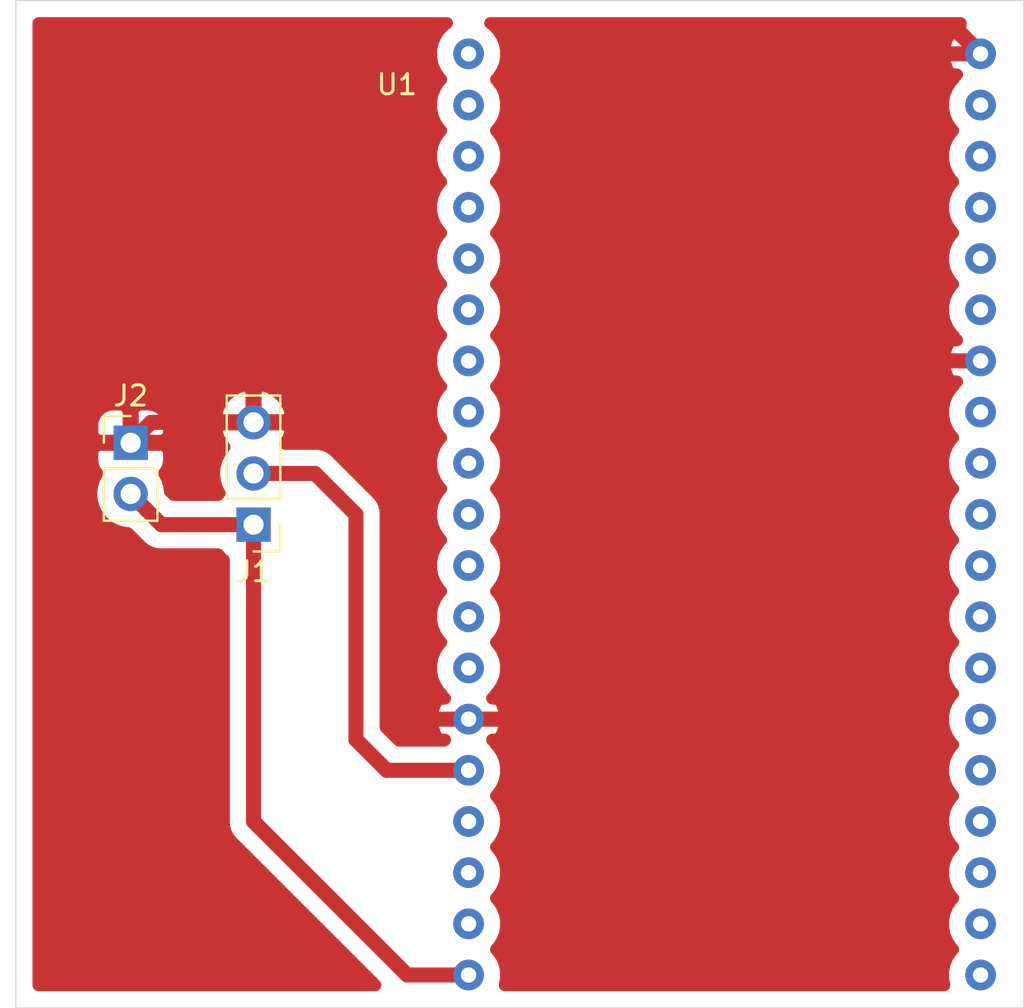
<source format=kicad_pcb>
(kicad_pcb (version 20171130) (host pcbnew "(5.1.0)-1")

  (general
    (thickness 1.6)
    (drawings 4)
    (tracks 26)
    (zones 0)
    (modules 3)
    (nets 36)
  )

  (page A4)
  (layers
    (0 F.Cu signal)
    (31 B.Cu signal)
    (32 B.Adhes user)
    (33 F.Adhes user)
    (34 B.Paste user)
    (35 F.Paste user)
    (36 B.SilkS user)
    (37 F.SilkS user)
    (38 B.Mask user)
    (39 F.Mask user)
    (40 Dwgs.User user)
    (41 Cmts.User user)
    (42 Eco1.User user)
    (43 Eco2.User user)
    (44 Edge.Cuts user)
    (45 Margin user)
    (46 B.CrtYd user)
    (47 F.CrtYd user)
    (48 B.Fab user)
    (49 F.Fab user)
  )

  (setup
    (last_trace_width 0.75)
    (user_trace_width 0.75)
    (trace_clearance 0.2)
    (zone_clearance 0.8)
    (zone_45_only no)
    (trace_min 0.2)
    (via_size 0.8)
    (via_drill 0.4)
    (via_min_size 0.4)
    (via_min_drill 0.3)
    (uvia_size 0.3)
    (uvia_drill 0.1)
    (uvias_allowed no)
    (uvia_min_size 0.2)
    (uvia_min_drill 0.1)
    (edge_width 0.05)
    (segment_width 0.2)
    (pcb_text_width 0.3)
    (pcb_text_size 1.5 1.5)
    (mod_edge_width 0.12)
    (mod_text_size 1 1)
    (mod_text_width 0.15)
    (pad_size 1.524 1.524)
    (pad_drill 0.762)
    (pad_to_mask_clearance 0.051)
    (solder_mask_min_width 0.25)
    (aux_axis_origin 0 0)
    (visible_elements 7FFFFFFF)
    (pcbplotparams
      (layerselection 0x010fc_ffffffff)
      (usegerberextensions false)
      (usegerberattributes false)
      (usegerberadvancedattributes false)
      (creategerberjobfile false)
      (excludeedgelayer true)
      (linewidth 0.100000)
      (plotframeref false)
      (viasonmask false)
      (mode 1)
      (useauxorigin false)
      (hpglpennumber 1)
      (hpglpenspeed 20)
      (hpglpendiameter 15.000000)
      (psnegative false)
      (psa4output false)
      (plotreference true)
      (plotvalue true)
      (plotinvisibletext false)
      (padsonsilk false)
      (subtractmaskfromsilk false)
      (outputformat 1)
      (mirror false)
      (drillshape 1)
      (scaleselection 1)
      (outputdirectory ""))
  )

  (net 0 "")
  (net 1 GND)
  (net 2 "Net-(J1-Pad2)")
  (net 3 +BATT)
  (net 4 "Net-(U1-Pad37)")
  (net 5 "Net-(U1-Pad36)")
  (net 6 "Net-(U1-Pad35)")
  (net 7 "Net-(U1-Pad34)")
  (net 8 "Net-(U1-Pad33)")
  (net 9 "Net-(U1-Pad31)")
  (net 10 "Net-(U1-Pad30)")
  (net 11 "Net-(U1-Pad29)")
  (net 12 "Net-(U1-Pad28)")
  (net 13 "Net-(U1-Pad27)")
  (net 14 "Net-(U1-Pad26)")
  (net 15 "Net-(U1-Pad25)")
  (net 16 "Net-(U1-Pad24)")
  (net 17 "Net-(U1-Pad23)")
  (net 18 "Net-(U1-Pad22)")
  (net 19 "Net-(U1-Pad21)")
  (net 20 "Net-(U1-Pad20)")
  (net 21 "Net-(U1-Pad18)")
  (net 22 "Net-(U1-Pad17)")
  (net 23 "Net-(U1-Pad13)")
  (net 24 "Net-(U1-Pad12)")
  (net 25 "Net-(U1-Pad11)")
  (net 26 "Net-(U1-Pad10)")
  (net 27 "Net-(U1-Pad9)")
  (net 28 "Net-(U1-Pad8)")
  (net 29 "Net-(U1-Pad7)")
  (net 30 "Net-(U1-Pad6)")
  (net 31 "Net-(U1-Pad5)")
  (net 32 "Net-(U1-Pad4)")
  (net 33 "Net-(U1-Pad3)")
  (net 34 "Net-(U1-Pad2)")
  (net 35 "Net-(U1-Pad1)")

  (net_class Default "This is the default net class."
    (clearance 0.2)
    (trace_width 0.25)
    (via_dia 0.8)
    (via_drill 0.4)
    (uvia_dia 0.3)
    (uvia_drill 0.1)
    (add_net +BATT)
    (add_net GND)
    (add_net "Net-(J1-Pad2)")
    (add_net "Net-(U1-Pad1)")
    (add_net "Net-(U1-Pad10)")
    (add_net "Net-(U1-Pad11)")
    (add_net "Net-(U1-Pad12)")
    (add_net "Net-(U1-Pad13)")
    (add_net "Net-(U1-Pad17)")
    (add_net "Net-(U1-Pad18)")
    (add_net "Net-(U1-Pad2)")
    (add_net "Net-(U1-Pad20)")
    (add_net "Net-(U1-Pad21)")
    (add_net "Net-(U1-Pad22)")
    (add_net "Net-(U1-Pad23)")
    (add_net "Net-(U1-Pad24)")
    (add_net "Net-(U1-Pad25)")
    (add_net "Net-(U1-Pad26)")
    (add_net "Net-(U1-Pad27)")
    (add_net "Net-(U1-Pad28)")
    (add_net "Net-(U1-Pad29)")
    (add_net "Net-(U1-Pad3)")
    (add_net "Net-(U1-Pad30)")
    (add_net "Net-(U1-Pad31)")
    (add_net "Net-(U1-Pad33)")
    (add_net "Net-(U1-Pad34)")
    (add_net "Net-(U1-Pad35)")
    (add_net "Net-(U1-Pad36)")
    (add_net "Net-(U1-Pad37)")
    (add_net "Net-(U1-Pad4)")
    (add_net "Net-(U1-Pad5)")
    (add_net "Net-(U1-Pad6)")
    (add_net "Net-(U1-Pad7)")
    (add_net "Net-(U1-Pad8)")
    (add_net "Net-(U1-Pad9)")
  )

  (module Librerias:NodeMCU-ESP32 (layer F.Cu) (tedit 5CC46122) (tstamp 5CC5015E)
    (at 161.036 97.536)
    (path /5CC45E29)
    (fp_text reference U1 (at -16.256 -18.796) (layer F.SilkS)
      (effects (font (size 1 1) (thickness 0.15)))
    )
    (fp_text value NodeMCU-32S (at 0 0.508) (layer F.Fab)
      (effects (font (size 1 1) (thickness 0.15)))
    )
    (pad 38 thru_hole circle (at 12.7 -20.32) (size 1.524 1.524) (drill 0.762) (layers *.Cu *.Mask)
      (net 1 GND))
    (pad 37 thru_hole circle (at 12.7 -17.78) (size 1.524 1.524) (drill 0.762) (layers *.Cu *.Mask)
      (net 4 "Net-(U1-Pad37)"))
    (pad 36 thru_hole circle (at 12.7 -15.24) (size 1.524 1.524) (drill 0.762) (layers *.Cu *.Mask)
      (net 5 "Net-(U1-Pad36)"))
    (pad 35 thru_hole circle (at 12.7 -12.7) (size 1.524 1.524) (drill 0.762) (layers *.Cu *.Mask)
      (net 6 "Net-(U1-Pad35)"))
    (pad 34 thru_hole circle (at 12.7 -10.16) (size 1.524 1.524) (drill 0.762) (layers *.Cu *.Mask)
      (net 7 "Net-(U1-Pad34)"))
    (pad 33 thru_hole circle (at 12.7 -7.62) (size 1.524 1.524) (drill 0.762) (layers *.Cu *.Mask)
      (net 8 "Net-(U1-Pad33)"))
    (pad 32 thru_hole circle (at 12.7 -5.08) (size 1.524 1.524) (drill 0.762) (layers *.Cu *.Mask)
      (net 1 GND))
    (pad 31 thru_hole circle (at 12.7 -2.54) (size 1.524 1.524) (drill 0.762) (layers *.Cu *.Mask)
      (net 9 "Net-(U1-Pad31)"))
    (pad 30 thru_hole circle (at 12.7 0) (size 1.524 1.524) (drill 0.762) (layers *.Cu *.Mask)
      (net 10 "Net-(U1-Pad30)"))
    (pad 29 thru_hole circle (at 12.7 2.54) (size 1.524 1.524) (drill 0.762) (layers *.Cu *.Mask)
      (net 11 "Net-(U1-Pad29)"))
    (pad 28 thru_hole circle (at 12.7 5.08) (size 1.524 1.524) (drill 0.762) (layers *.Cu *.Mask)
      (net 12 "Net-(U1-Pad28)"))
    (pad 27 thru_hole circle (at 12.7 7.62) (size 1.524 1.524) (drill 0.762) (layers *.Cu *.Mask)
      (net 13 "Net-(U1-Pad27)"))
    (pad 26 thru_hole circle (at 12.7 10.16) (size 1.524 1.524) (drill 0.762) (layers *.Cu *.Mask)
      (net 14 "Net-(U1-Pad26)"))
    (pad 25 thru_hole circle (at 12.7 12.7) (size 1.524 1.524) (drill 0.762) (layers *.Cu *.Mask)
      (net 15 "Net-(U1-Pad25)"))
    (pad 24 thru_hole circle (at 12.7 15.24) (size 1.524 1.524) (drill 0.762) (layers *.Cu *.Mask)
      (net 16 "Net-(U1-Pad24)"))
    (pad 23 thru_hole circle (at 12.7 17.78) (size 1.524 1.524) (drill 0.762) (layers *.Cu *.Mask)
      (net 17 "Net-(U1-Pad23)"))
    (pad 22 thru_hole circle (at 12.7 20.32) (size 1.524 1.524) (drill 0.762) (layers *.Cu *.Mask)
      (net 18 "Net-(U1-Pad22)"))
    (pad 21 thru_hole circle (at 12.7 22.86) (size 1.524 1.524) (drill 0.762) (layers *.Cu *.Mask)
      (net 19 "Net-(U1-Pad21)"))
    (pad 20 thru_hole circle (at 12.7 25.4) (size 1.524 1.524) (drill 0.762) (layers *.Cu *.Mask)
      (net 20 "Net-(U1-Pad20)"))
    (pad 19 thru_hole circle (at -12.7 25.4) (size 1.524 1.524) (drill 0.762) (layers *.Cu *.Mask)
      (net 3 +BATT))
    (pad 18 thru_hole circle (at -12.7 22.86) (size 1.524 1.524) (drill 0.762) (layers *.Cu *.Mask)
      (net 21 "Net-(U1-Pad18)"))
    (pad 17 thru_hole circle (at -12.7 20.32) (size 1.524 1.524) (drill 0.762) (layers *.Cu *.Mask)
      (net 22 "Net-(U1-Pad17)"))
    (pad 16 thru_hole circle (at -12.7 17.78) (size 1.524 1.524) (drill 0.762) (layers *.Cu *.Mask))
    (pad 15 thru_hole circle (at -12.7 15.24) (size 1.524 1.524) (drill 0.762) (layers *.Cu *.Mask)
      (net 2 "Net-(J1-Pad2)"))
    (pad 14 thru_hole circle (at -12.7 12.7) (size 1.524 1.524) (drill 0.762) (layers *.Cu *.Mask)
      (net 1 GND))
    (pad 13 thru_hole circle (at -12.7 10.16) (size 1.524 1.524) (drill 0.762) (layers *.Cu *.Mask)
      (net 23 "Net-(U1-Pad13)"))
    (pad 12 thru_hole circle (at -12.7 7.62) (size 1.524 1.524) (drill 0.762) (layers *.Cu *.Mask)
      (net 24 "Net-(U1-Pad12)"))
    (pad 11 thru_hole circle (at -12.7 5.08) (size 1.524 1.524) (drill 0.762) (layers *.Cu *.Mask)
      (net 25 "Net-(U1-Pad11)"))
    (pad 10 thru_hole circle (at -12.7 2.54) (size 1.524 1.524) (drill 0.762) (layers *.Cu *.Mask)
      (net 26 "Net-(U1-Pad10)"))
    (pad 9 thru_hole circle (at -12.7 0) (size 1.524 1.524) (drill 0.762) (layers *.Cu *.Mask)
      (net 27 "Net-(U1-Pad9)"))
    (pad 8 thru_hole circle (at -12.7 -2.54) (size 1.524 1.524) (drill 0.762) (layers *.Cu *.Mask)
      (net 28 "Net-(U1-Pad8)"))
    (pad 7 thru_hole circle (at -12.7 -5.08) (size 1.524 1.524) (drill 0.762) (layers *.Cu *.Mask)
      (net 29 "Net-(U1-Pad7)"))
    (pad 6 thru_hole circle (at -12.7 -7.62) (size 1.524 1.524) (drill 0.762) (layers *.Cu *.Mask)
      (net 30 "Net-(U1-Pad6)"))
    (pad 5 thru_hole circle (at -12.7 -10.16) (size 1.524 1.524) (drill 0.762) (layers *.Cu *.Mask)
      (net 31 "Net-(U1-Pad5)"))
    (pad 4 thru_hole circle (at -12.7 -12.7) (size 1.524 1.524) (drill 0.762) (layers *.Cu *.Mask)
      (net 32 "Net-(U1-Pad4)"))
    (pad 3 thru_hole circle (at -12.7 -15.24) (size 1.524 1.524) (drill 0.762) (layers *.Cu *.Mask)
      (net 33 "Net-(U1-Pad3)"))
    (pad 2 thru_hole circle (at -12.7 -17.78) (size 1.524 1.524) (drill 0.762) (layers *.Cu *.Mask)
      (net 34 "Net-(U1-Pad2)"))
    (pad 1 thru_hole circle (at -12.7 -20.32) (size 1.524 1.524) (drill 0.762) (layers *.Cu *.Mask)
      (net 35 "Net-(U1-Pad1)"))
    (model ${KISYS3DMOD}/Connector_PinSocket_2.54mm.3dshapes/PinSocket_1x19_P2.54mm_Vertical.wrl
      (offset (xyz 12.6 20.4 0))
      (scale (xyz 1 1 1))
      (rotate (xyz 0 0 0))
    )
    (model ${KISYS3DMOD}/Connector_PinSocket_2.54mm.3dshapes/PinSocket_1x19_P2.54mm_Vertical.wrl
      (offset (xyz -12.6 20.4 0))
      (scale (xyz 1 1 1))
      (rotate (xyz 0 0 0))
    )
  )

  (module Connector_PinHeader_2.54mm:PinHeader_1x02_P2.54mm_Vertical (layer F.Cu) (tedit 59FED5CC) (tstamp 5CC50134)
    (at 131.572 96.52)
    (descr "Through hole straight pin header, 1x02, 2.54mm pitch, single row")
    (tags "Through hole pin header THT 1x02 2.54mm single row")
    (path /5CC47475)
    (fp_text reference J2 (at 0 -2.33) (layer F.SilkS)
      (effects (font (size 1 1) (thickness 0.15)))
    )
    (fp_text value "Conector Bateria" (at 0 4.87) (layer F.Fab)
      (effects (font (size 1 1) (thickness 0.15)))
    )
    (fp_text user %R (at 0 1.27 90) (layer F.Fab)
      (effects (font (size 1 1) (thickness 0.15)))
    )
    (fp_line (start 1.8 -1.8) (end -1.8 -1.8) (layer F.CrtYd) (width 0.05))
    (fp_line (start 1.8 4.35) (end 1.8 -1.8) (layer F.CrtYd) (width 0.05))
    (fp_line (start -1.8 4.35) (end 1.8 4.35) (layer F.CrtYd) (width 0.05))
    (fp_line (start -1.8 -1.8) (end -1.8 4.35) (layer F.CrtYd) (width 0.05))
    (fp_line (start -1.33 -1.33) (end 0 -1.33) (layer F.SilkS) (width 0.12))
    (fp_line (start -1.33 0) (end -1.33 -1.33) (layer F.SilkS) (width 0.12))
    (fp_line (start -1.33 1.27) (end 1.33 1.27) (layer F.SilkS) (width 0.12))
    (fp_line (start 1.33 1.27) (end 1.33 3.87) (layer F.SilkS) (width 0.12))
    (fp_line (start -1.33 1.27) (end -1.33 3.87) (layer F.SilkS) (width 0.12))
    (fp_line (start -1.33 3.87) (end 1.33 3.87) (layer F.SilkS) (width 0.12))
    (fp_line (start -1.27 -0.635) (end -0.635 -1.27) (layer F.Fab) (width 0.1))
    (fp_line (start -1.27 3.81) (end -1.27 -0.635) (layer F.Fab) (width 0.1))
    (fp_line (start 1.27 3.81) (end -1.27 3.81) (layer F.Fab) (width 0.1))
    (fp_line (start 1.27 -1.27) (end 1.27 3.81) (layer F.Fab) (width 0.1))
    (fp_line (start -0.635 -1.27) (end 1.27 -1.27) (layer F.Fab) (width 0.1))
    (pad 2 thru_hole oval (at 0 2.54) (size 1.7 1.7) (drill 1) (layers *.Cu *.Mask)
      (net 3 +BATT))
    (pad 1 thru_hole rect (at 0 0) (size 1.7 1.7) (drill 1) (layers *.Cu *.Mask)
      (net 1 GND))
    (model ${KISYS3DMOD}/Connector_PinHeader_2.54mm.3dshapes/PinHeader_1x02_P2.54mm_Vertical.wrl
      (at (xyz 0 0 0))
      (scale (xyz 1 1 1))
      (rotate (xyz 0 0 0))
    )
  )

  (module Connector_PinHeader_2.54mm:PinHeader_1x03_P2.54mm_Vertical (layer F.Cu) (tedit 59FED5CC) (tstamp 5CC50276)
    (at 137.668 100.584 180)
    (descr "Through hole straight pin header, 1x03, 2.54mm pitch, single row")
    (tags "Through hole pin header THT 1x03 2.54mm single row")
    (path /5CC49630)
    (fp_text reference J1 (at 0 -2.33 180) (layer F.SilkS)
      (effects (font (size 1 1) (thickness 0.15)))
    )
    (fp_text value "Conector PIR" (at 0 7.41 180) (layer F.Fab)
      (effects (font (size 1 1) (thickness 0.15)))
    )
    (fp_text user %R (at 0 2.54 270) (layer F.Fab)
      (effects (font (size 1 1) (thickness 0.15)))
    )
    (fp_line (start 1.8 -1.8) (end -1.8 -1.8) (layer F.CrtYd) (width 0.05))
    (fp_line (start 1.8 6.85) (end 1.8 -1.8) (layer F.CrtYd) (width 0.05))
    (fp_line (start -1.8 6.85) (end 1.8 6.85) (layer F.CrtYd) (width 0.05))
    (fp_line (start -1.8 -1.8) (end -1.8 6.85) (layer F.CrtYd) (width 0.05))
    (fp_line (start -1.33 -1.33) (end 0 -1.33) (layer F.SilkS) (width 0.12))
    (fp_line (start -1.33 0) (end -1.33 -1.33) (layer F.SilkS) (width 0.12))
    (fp_line (start -1.33 1.27) (end 1.33 1.27) (layer F.SilkS) (width 0.12))
    (fp_line (start 1.33 1.27) (end 1.33 6.41) (layer F.SilkS) (width 0.12))
    (fp_line (start -1.33 1.27) (end -1.33 6.41) (layer F.SilkS) (width 0.12))
    (fp_line (start -1.33 6.41) (end 1.33 6.41) (layer F.SilkS) (width 0.12))
    (fp_line (start -1.27 -0.635) (end -0.635 -1.27) (layer F.Fab) (width 0.1))
    (fp_line (start -1.27 6.35) (end -1.27 -0.635) (layer F.Fab) (width 0.1))
    (fp_line (start 1.27 6.35) (end -1.27 6.35) (layer F.Fab) (width 0.1))
    (fp_line (start 1.27 -1.27) (end 1.27 6.35) (layer F.Fab) (width 0.1))
    (fp_line (start -0.635 -1.27) (end 1.27 -1.27) (layer F.Fab) (width 0.1))
    (pad 3 thru_hole oval (at 0 5.08 180) (size 1.7 1.7) (drill 1) (layers *.Cu *.Mask)
      (net 1 GND))
    (pad 2 thru_hole oval (at 0 2.54 180) (size 1.7 1.7) (drill 1) (layers *.Cu *.Mask)
      (net 2 "Net-(J1-Pad2)"))
    (pad 1 thru_hole rect (at 0 0 180) (size 1.7 1.7) (drill 1) (layers *.Cu *.Mask)
      (net 3 +BATT))
    (model ${KISYS3DMOD}/Connector_PinHeader_2.54mm.3dshapes/PinHeader_1x03_P2.54mm_Vertical.wrl
      (at (xyz 0 0 0))
      (scale (xyz 1 1 1))
      (rotate (xyz 0 0 0))
    )
  )

  (gr_line (start 175.876 124.568) (end 175.876 74.568) (layer Edge.Cuts) (width 0.05) (tstamp 5CC500AD))
  (gr_line (start 125.876 74.568) (end 125.876 124.568) (layer Edge.Cuts) (width 0.05) (tstamp 5CC500AC))
  (gr_line (start 125.876 74.568) (end 175.876 74.568) (layer Edge.Cuts) (width 0.05) (tstamp 5CC50096))
  (gr_line (start 125.876 124.568) (end 175.876 124.568) (layer Edge.Cuts) (width 0.05))

  (segment (start 132.588 95.504) (end 131.572 96.52) (width 0.75) (layer F.Cu) (net 1))
  (segment (start 137.668 95.504) (end 132.588 95.504) (width 0.75) (layer F.Cu) (net 1))
  (segment (start 145.796 110.236) (end 145.288 109.728) (width 0.75) (layer F.Cu) (net 1))
  (segment (start 145.288 109.728) (end 145.288 98.552) (width 0.75) (layer F.Cu) (net 1))
  (segment (start 142.24 95.504) (end 137.668 95.504) (width 0.75) (layer F.Cu) (net 1))
  (segment (start 145.288 98.552) (end 142.24 95.504) (width 0.75) (layer F.Cu) (net 1))
  (segment (start 171.196 77.216) (end 173.736 77.216) (width 0.75) (layer F.Cu) (net 1))
  (segment (start 169.164 79.248) (end 171.196 77.216) (width 0.75) (layer F.Cu) (net 1))
  (segment (start 172.65837 92.456) (end 169.164 92.456) (width 0.75) (layer F.Cu) (net 1))
  (segment (start 173.736 92.456) (end 172.65837 92.456) (width 0.75) (layer F.Cu) (net 1))
  (segment (start 169.164 92.456) (end 169.164 79.248) (width 0.75) (layer F.Cu) (net 1))
  (segment (start 169.164 92.964) (end 169.164 92.456) (width 0.75) (layer F.Cu) (net 1))
  (segment (start 169.164 104.648) (end 169.164 92.964) (width 0.75) (layer F.Cu) (net 1))
  (segment (start 163.576 110.236) (end 169.164 104.648) (width 0.75) (layer F.Cu) (net 1))
  (segment (start 148.336 110.236) (end 145.796 110.236) (width 0.75) (layer F.Cu) (net 1))
  (segment (start 148.336 110.236) (end 163.576 110.236) (width 0.75) (layer F.Cu) (net 1))
  (segment (start 144.272 112.776) (end 148.336 112.776) (width 0.75) (layer F.Cu) (net 2))
  (segment (start 142.748 111.252) (end 144.272 112.776) (width 0.75) (layer F.Cu) (net 2))
  (segment (start 142.748 100.076) (end 142.748 111.252) (width 0.75) (layer F.Cu) (net 2))
  (segment (start 137.668 98.044) (end 140.716 98.044) (width 0.75) (layer F.Cu) (net 2))
  (segment (start 140.716 98.044) (end 142.748 100.076) (width 0.75) (layer F.Cu) (net 2))
  (segment (start 133.096 100.584) (end 131.572 99.06) (width 0.75) (layer F.Cu) (net 3))
  (segment (start 137.668 100.584) (end 133.096 100.584) (width 0.75) (layer F.Cu) (net 3))
  (segment (start 137.668 115.316) (end 137.668 100.584) (width 0.75) (layer F.Cu) (net 3))
  (segment (start 148.336 122.936) (end 145.288 122.936) (width 0.75) (layer F.Cu) (net 3))
  (segment (start 145.288 122.936) (end 137.668 115.316) (width 0.75) (layer F.Cu) (net 3))

  (zone (net 1) (net_name GND) (layer F.Cu) (tstamp 0) (hatch edge 0.508)
    (connect_pads (clearance 0.8))
    (min_thickness 0.6)
    (fill yes (arc_segments 32) (thermal_gap 0.75) (thermal_bridge_width 0.8))
    (polygon
      (pts
        (xy 125.984 74.676) (xy 175.768 74.676) (xy 175.768 124.46) (xy 125.984 124.46)
      )
    )
    (filled_polygon
      (pts
        (xy 172.707121 76.045699) (xy 173.736 77.074579) (xy 173.750142 77.060436) (xy 173.891564 77.201858) (xy 173.877421 77.216)
        (xy 173.891564 77.230142) (xy 173.750143 77.371564) (xy 173.736 77.357421) (xy 173.721858 77.371564) (xy 173.580436 77.230142)
        (xy 173.594579 77.216) (xy 172.565699 76.187121) (xy 172.206413 76.228297) (xy 172.043112 76.545683) (xy 171.944868 76.888829)
        (xy 171.915456 77.244549) (xy 171.956006 77.599171) (xy 172.064961 77.939068) (xy 172.206413 78.203703) (xy 172.565697 78.244879)
        (xy 172.378837 78.431739) (xy 172.402916 78.455818) (xy 172.28969 78.569044) (xy 172.085917 78.874012) (xy 171.945556 79.212875)
        (xy 171.874 79.572609) (xy 171.874 79.939391) (xy 171.945556 80.299125) (xy 172.085917 80.637988) (xy 172.28969 80.942956)
        (xy 172.372734 81.026) (xy 172.28969 81.109044) (xy 172.085917 81.414012) (xy 171.945556 81.752875) (xy 171.874 82.112609)
        (xy 171.874 82.479391) (xy 171.945556 82.839125) (xy 172.085917 83.177988) (xy 172.28969 83.482956) (xy 172.372734 83.566)
        (xy 172.28969 83.649044) (xy 172.085917 83.954012) (xy 171.945556 84.292875) (xy 171.874 84.652609) (xy 171.874 85.019391)
        (xy 171.945556 85.379125) (xy 172.085917 85.717988) (xy 172.28969 86.022956) (xy 172.372734 86.106) (xy 172.28969 86.189044)
        (xy 172.085917 86.494012) (xy 171.945556 86.832875) (xy 171.874 87.192609) (xy 171.874 87.559391) (xy 171.945556 87.919125)
        (xy 172.085917 88.257988) (xy 172.28969 88.562956) (xy 172.372734 88.646) (xy 172.28969 88.729044) (xy 172.085917 89.034012)
        (xy 171.945556 89.372875) (xy 171.874 89.732609) (xy 171.874 90.099391) (xy 171.945556 90.459125) (xy 172.085917 90.797988)
        (xy 172.28969 91.102956) (xy 172.402916 91.216182) (xy 172.378837 91.240261) (xy 172.565697 91.427121) (xy 172.206413 91.468297)
        (xy 172.043112 91.785683) (xy 171.944868 92.128829) (xy 171.915456 92.484549) (xy 171.956006 92.839171) (xy 172.064961 93.179068)
        (xy 172.206413 93.443703) (xy 172.565697 93.484879) (xy 172.378837 93.671739) (xy 172.402916 93.695818) (xy 172.28969 93.809044)
        (xy 172.085917 94.114012) (xy 171.945556 94.452875) (xy 171.874 94.812609) (xy 171.874 95.179391) (xy 171.945556 95.539125)
        (xy 172.085917 95.877988) (xy 172.28969 96.182956) (xy 172.372734 96.266) (xy 172.28969 96.349044) (xy 172.085917 96.654012)
        (xy 171.945556 96.992875) (xy 171.874 97.352609) (xy 171.874 97.719391) (xy 171.945556 98.079125) (xy 172.085917 98.417988)
        (xy 172.28969 98.722956) (xy 172.372734 98.806) (xy 172.28969 98.889044) (xy 172.085917 99.194012) (xy 171.945556 99.532875)
        (xy 171.874 99.892609) (xy 171.874 100.259391) (xy 171.945556 100.619125) (xy 172.085917 100.957988) (xy 172.28969 101.262956)
        (xy 172.372734 101.346) (xy 172.28969 101.429044) (xy 172.085917 101.734012) (xy 171.945556 102.072875) (xy 171.874 102.432609)
        (xy 171.874 102.799391) (xy 171.945556 103.159125) (xy 172.085917 103.497988) (xy 172.28969 103.802956) (xy 172.372734 103.886)
        (xy 172.28969 103.969044) (xy 172.085917 104.274012) (xy 171.945556 104.612875) (xy 171.874 104.972609) (xy 171.874 105.339391)
        (xy 171.945556 105.699125) (xy 172.085917 106.037988) (xy 172.28969 106.342956) (xy 172.372734 106.426) (xy 172.28969 106.509044)
        (xy 172.085917 106.814012) (xy 171.945556 107.152875) (xy 171.874 107.512609) (xy 171.874 107.879391) (xy 171.945556 108.239125)
        (xy 172.085917 108.577988) (xy 172.28969 108.882956) (xy 172.372734 108.966) (xy 172.28969 109.049044) (xy 172.085917 109.354012)
        (xy 171.945556 109.692875) (xy 171.874 110.052609) (xy 171.874 110.419391) (xy 171.945556 110.779125) (xy 172.085917 111.117988)
        (xy 172.28969 111.422956) (xy 172.372734 111.506) (xy 172.28969 111.589044) (xy 172.085917 111.894012) (xy 171.945556 112.232875)
        (xy 171.874 112.592609) (xy 171.874 112.959391) (xy 171.945556 113.319125) (xy 172.085917 113.657988) (xy 172.28969 113.962956)
        (xy 172.372734 114.046) (xy 172.28969 114.129044) (xy 172.085917 114.434012) (xy 171.945556 114.772875) (xy 171.874 115.132609)
        (xy 171.874 115.499391) (xy 171.945556 115.859125) (xy 172.085917 116.197988) (xy 172.28969 116.502956) (xy 172.372734 116.586)
        (xy 172.28969 116.669044) (xy 172.085917 116.974012) (xy 171.945556 117.312875) (xy 171.874 117.672609) (xy 171.874 118.039391)
        (xy 171.945556 118.399125) (xy 172.085917 118.737988) (xy 172.28969 119.042956) (xy 172.372734 119.126) (xy 172.28969 119.209044)
        (xy 172.085917 119.514012) (xy 171.945556 119.852875) (xy 171.874 120.212609) (xy 171.874 120.579391) (xy 171.945556 120.939125)
        (xy 172.085917 121.277988) (xy 172.28969 121.582956) (xy 172.372734 121.666) (xy 172.28969 121.749044) (xy 172.085917 122.054012)
        (xy 171.945556 122.392875) (xy 171.874 122.752609) (xy 171.874 123.119391) (xy 171.93837 123.443) (xy 150.13363 123.443)
        (xy 150.198 123.119391) (xy 150.198 122.752609) (xy 150.126444 122.392875) (xy 149.986083 122.054012) (xy 149.78231 121.749044)
        (xy 149.699266 121.666) (xy 149.78231 121.582956) (xy 149.986083 121.277988) (xy 150.126444 120.939125) (xy 150.198 120.579391)
        (xy 150.198 120.212609) (xy 150.126444 119.852875) (xy 149.986083 119.514012) (xy 149.78231 119.209044) (xy 149.699266 119.126)
        (xy 149.78231 119.042956) (xy 149.986083 118.737988) (xy 150.126444 118.399125) (xy 150.198 118.039391) (xy 150.198 117.672609)
        (xy 150.126444 117.312875) (xy 149.986083 116.974012) (xy 149.78231 116.669044) (xy 149.699266 116.586) (xy 149.78231 116.502956)
        (xy 149.986083 116.197988) (xy 150.126444 115.859125) (xy 150.198 115.499391) (xy 150.198 115.132609) (xy 150.126444 114.772875)
        (xy 149.986083 114.434012) (xy 149.78231 114.129044) (xy 149.699266 114.046) (xy 149.78231 113.962956) (xy 149.986083 113.657988)
        (xy 150.126444 113.319125) (xy 150.198 112.959391) (xy 150.198 112.592609) (xy 150.126444 112.232875) (xy 149.986083 111.894012)
        (xy 149.78231 111.589044) (xy 149.669084 111.475818) (xy 149.693163 111.451739) (xy 149.506303 111.264879) (xy 149.865587 111.223703)
        (xy 150.028888 110.906317) (xy 150.127132 110.563171) (xy 150.156544 110.207451) (xy 150.115994 109.852829) (xy 150.007039 109.512932)
        (xy 149.865587 109.248297) (xy 149.506303 109.207121) (xy 149.693163 109.020261) (xy 149.669084 108.996182) (xy 149.78231 108.882956)
        (xy 149.986083 108.577988) (xy 150.126444 108.239125) (xy 150.198 107.879391) (xy 150.198 107.512609) (xy 150.126444 107.152875)
        (xy 149.986083 106.814012) (xy 149.78231 106.509044) (xy 149.699266 106.426) (xy 149.78231 106.342956) (xy 149.986083 106.037988)
        (xy 150.126444 105.699125) (xy 150.198 105.339391) (xy 150.198 104.972609) (xy 150.126444 104.612875) (xy 149.986083 104.274012)
        (xy 149.78231 103.969044) (xy 149.699266 103.886) (xy 149.78231 103.802956) (xy 149.986083 103.497988) (xy 150.126444 103.159125)
        (xy 150.198 102.799391) (xy 150.198 102.432609) (xy 150.126444 102.072875) (xy 149.986083 101.734012) (xy 149.78231 101.429044)
        (xy 149.699266 101.346) (xy 149.78231 101.262956) (xy 149.986083 100.957988) (xy 150.126444 100.619125) (xy 150.198 100.259391)
        (xy 150.198 99.892609) (xy 150.126444 99.532875) (xy 149.986083 99.194012) (xy 149.78231 98.889044) (xy 149.699266 98.806)
        (xy 149.78231 98.722956) (xy 149.986083 98.417988) (xy 150.126444 98.079125) (xy 150.198 97.719391) (xy 150.198 97.352609)
        (xy 150.126444 96.992875) (xy 149.986083 96.654012) (xy 149.78231 96.349044) (xy 149.699266 96.266) (xy 149.78231 96.182956)
        (xy 149.986083 95.877988) (xy 150.126444 95.539125) (xy 150.198 95.179391) (xy 150.198 94.812609) (xy 150.126444 94.452875)
        (xy 149.986083 94.114012) (xy 149.78231 93.809044) (xy 149.699266 93.726) (xy 149.78231 93.642956) (xy 149.986083 93.337988)
        (xy 150.126444 92.999125) (xy 150.198 92.639391) (xy 150.198 92.272609) (xy 150.126444 91.912875) (xy 149.986083 91.574012)
        (xy 149.78231 91.269044) (xy 149.699266 91.186) (xy 149.78231 91.102956) (xy 149.986083 90.797988) (xy 150.126444 90.459125)
        (xy 150.198 90.099391) (xy 150.198 89.732609) (xy 150.126444 89.372875) (xy 149.986083 89.034012) (xy 149.78231 88.729044)
        (xy 149.699266 88.646) (xy 149.78231 88.562956) (xy 149.986083 88.257988) (xy 150.126444 87.919125) (xy 150.198 87.559391)
        (xy 150.198 87.192609) (xy 150.126444 86.832875) (xy 149.986083 86.494012) (xy 149.78231 86.189044) (xy 149.699266 86.106)
        (xy 149.78231 86.022956) (xy 149.986083 85.717988) (xy 150.126444 85.379125) (xy 150.198 85.019391) (xy 150.198 84.652609)
        (xy 150.126444 84.292875) (xy 149.986083 83.954012) (xy 149.78231 83.649044) (xy 149.699266 83.566) (xy 149.78231 83.482956)
        (xy 149.986083 83.177988) (xy 150.126444 82.839125) (xy 150.198 82.479391) (xy 150.198 82.112609) (xy 150.126444 81.752875)
        (xy 149.986083 81.414012) (xy 149.78231 81.109044) (xy 149.699266 81.026) (xy 149.78231 80.942956) (xy 149.986083 80.637988)
        (xy 150.126444 80.299125) (xy 150.198 79.939391) (xy 150.198 79.572609) (xy 150.126444 79.212875) (xy 149.986083 78.874012)
        (xy 149.78231 78.569044) (xy 149.699266 78.486) (xy 149.78231 78.402956) (xy 149.986083 78.097988) (xy 150.126444 77.759125)
        (xy 150.198 77.399391) (xy 150.198 77.032609) (xy 150.126444 76.672875) (xy 149.986083 76.334012) (xy 149.78231 76.029044)
        (xy 149.522956 75.76969) (xy 149.408181 75.693) (xy 172.747542 75.693)
      )
    )
    (filled_polygon
      (pts
        (xy 147.149044 75.76969) (xy 146.88969 76.029044) (xy 146.685917 76.334012) (xy 146.545556 76.672875) (xy 146.474 77.032609)
        (xy 146.474 77.399391) (xy 146.545556 77.759125) (xy 146.685917 78.097988) (xy 146.88969 78.402956) (xy 146.972734 78.486)
        (xy 146.88969 78.569044) (xy 146.685917 78.874012) (xy 146.545556 79.212875) (xy 146.474 79.572609) (xy 146.474 79.939391)
        (xy 146.545556 80.299125) (xy 146.685917 80.637988) (xy 146.88969 80.942956) (xy 146.972734 81.026) (xy 146.88969 81.109044)
        (xy 146.685917 81.414012) (xy 146.545556 81.752875) (xy 146.474 82.112609) (xy 146.474 82.479391) (xy 146.545556 82.839125)
        (xy 146.685917 83.177988) (xy 146.88969 83.482956) (xy 146.972734 83.566) (xy 146.88969 83.649044) (xy 146.685917 83.954012)
        (xy 146.545556 84.292875) (xy 146.474 84.652609) (xy 146.474 85.019391) (xy 146.545556 85.379125) (xy 146.685917 85.717988)
        (xy 146.88969 86.022956) (xy 146.972734 86.106) (xy 146.88969 86.189044) (xy 146.685917 86.494012) (xy 146.545556 86.832875)
        (xy 146.474 87.192609) (xy 146.474 87.559391) (xy 146.545556 87.919125) (xy 146.685917 88.257988) (xy 146.88969 88.562956)
        (xy 146.972734 88.646) (xy 146.88969 88.729044) (xy 146.685917 89.034012) (xy 146.545556 89.372875) (xy 146.474 89.732609)
        (xy 146.474 90.099391) (xy 146.545556 90.459125) (xy 146.685917 90.797988) (xy 146.88969 91.102956) (xy 146.972734 91.186)
        (xy 146.88969 91.269044) (xy 146.685917 91.574012) (xy 146.545556 91.912875) (xy 146.474 92.272609) (xy 146.474 92.639391)
        (xy 146.545556 92.999125) (xy 146.685917 93.337988) (xy 146.88969 93.642956) (xy 146.972734 93.726) (xy 146.88969 93.809044)
        (xy 146.685917 94.114012) (xy 146.545556 94.452875) (xy 146.474 94.812609) (xy 146.474 95.179391) (xy 146.545556 95.539125)
        (xy 146.685917 95.877988) (xy 146.88969 96.182956) (xy 146.972734 96.266) (xy 146.88969 96.349044) (xy 146.685917 96.654012)
        (xy 146.545556 96.992875) (xy 146.474 97.352609) (xy 146.474 97.719391) (xy 146.545556 98.079125) (xy 146.685917 98.417988)
        (xy 146.88969 98.722956) (xy 146.972734 98.806) (xy 146.88969 98.889044) (xy 146.685917 99.194012) (xy 146.545556 99.532875)
        (xy 146.474 99.892609) (xy 146.474 100.259391) (xy 146.545556 100.619125) (xy 146.685917 100.957988) (xy 146.88969 101.262956)
        (xy 146.972734 101.346) (xy 146.88969 101.429044) (xy 146.685917 101.734012) (xy 146.545556 102.072875) (xy 146.474 102.432609)
        (xy 146.474 102.799391) (xy 146.545556 103.159125) (xy 146.685917 103.497988) (xy 146.88969 103.802956) (xy 146.972734 103.886)
        (xy 146.88969 103.969044) (xy 146.685917 104.274012) (xy 146.545556 104.612875) (xy 146.474 104.972609) (xy 146.474 105.339391)
        (xy 146.545556 105.699125) (xy 146.685917 106.037988) (xy 146.88969 106.342956) (xy 146.972734 106.426) (xy 146.88969 106.509044)
        (xy 146.685917 106.814012) (xy 146.545556 107.152875) (xy 146.474 107.512609) (xy 146.474 107.879391) (xy 146.545556 108.239125)
        (xy 146.685917 108.577988) (xy 146.88969 108.882956) (xy 147.002916 108.996182) (xy 146.978837 109.020261) (xy 147.165697 109.207121)
        (xy 146.806413 109.248297) (xy 146.643112 109.565683) (xy 146.544868 109.908829) (xy 146.515456 110.264549) (xy 146.556006 110.619171)
        (xy 146.664961 110.959068) (xy 146.806413 111.223703) (xy 147.165697 111.264879) (xy 147.129576 111.301) (xy 144.882965 111.301)
        (xy 144.223 110.641036) (xy 144.223 100.148445) (xy 144.230135 100.076) (xy 144.223 100.003555) (xy 144.223 100.003548)
        (xy 144.201657 99.78685) (xy 144.193685 99.760568) (xy 144.117315 99.508811) (xy 144.111353 99.497657) (xy 143.980351 99.252569)
        (xy 143.910507 99.167465) (xy 143.842213 99.084248) (xy 143.842208 99.084243) (xy 143.796027 99.027972) (xy 143.739758 98.981793)
        (xy 141.810216 97.052252) (xy 141.764028 96.995972) (xy 141.539431 96.811649) (xy 141.283189 96.674685) (xy 141.00515 96.590343)
        (xy 140.788452 96.569) (xy 140.788445 96.569) (xy 140.716 96.561865) (xy 140.643555 96.569) (xy 139.237304 96.569)
        (xy 139.261783 96.538345) (xy 139.43295 96.207539) (xy 139.526364 95.899582) (xy 139.302444 95.604) (xy 137.768 95.604)
        (xy 137.768 95.624) (xy 137.568 95.624) (xy 137.568 95.604) (xy 136.033556 95.604) (xy 135.809636 95.899582)
        (xy 135.90305 96.207539) (xy 136.074217 96.538345) (xy 136.225536 96.727844) (xy 136.038789 96.955396) (xy 135.857718 97.294157)
        (xy 135.746215 97.661733) (xy 135.708565 98.044) (xy 135.746215 98.426267) (xy 135.857718 98.793843) (xy 135.97953 99.021738)
        (xy 135.907917 99.109) (xy 133.706965 99.109) (xy 133.517611 98.919647) (xy 133.493785 98.677733) (xy 133.382282 98.310157)
        (xy 133.234958 98.034533) (xy 133.299268 97.956172) (xy 133.396768 97.773762) (xy 133.456808 97.575836) (xy 133.477081 97.37)
        (xy 133.472 96.8825) (xy 133.2095 96.62) (xy 131.672 96.62) (xy 131.672 96.64) (xy 131.472 96.64)
        (xy 131.472 96.62) (xy 129.9345 96.62) (xy 129.672 96.8825) (xy 129.666919 97.37) (xy 129.687192 97.575836)
        (xy 129.747232 97.773762) (xy 129.844732 97.956172) (xy 129.909042 98.034533) (xy 129.761718 98.310157) (xy 129.650215 98.677733)
        (xy 129.612565 99.06) (xy 129.650215 99.442267) (xy 129.761718 99.809843) (xy 129.942789 100.148604) (xy 130.18647 100.44553)
        (xy 130.483396 100.689211) (xy 130.822157 100.870282) (xy 131.189733 100.981785) (xy 131.431647 101.005611) (xy 132.001788 101.575753)
        (xy 132.047972 101.632028) (xy 132.272569 101.816351) (xy 132.528811 101.953315) (xy 132.722507 102.012072) (xy 132.806849 102.037657)
        (xy 132.837279 102.040654) (xy 133.023548 102.059) (xy 133.023554 102.059) (xy 133.095999 102.066135) (xy 133.168444 102.059)
        (xy 135.907917 102.059) (xy 136.036419 102.215581) (xy 136.193001 102.344084) (xy 136.193 115.243555) (xy 136.185865 115.316)
        (xy 136.193 115.388445) (xy 136.193 115.388451) (xy 136.214343 115.605149) (xy 136.298685 115.883188) (xy 136.435649 116.13943)
        (xy 136.619972 116.364027) (xy 136.676248 116.410212) (xy 143.709035 123.443) (xy 127.001 123.443) (xy 127.001 95.67)
        (xy 129.666919 95.67) (xy 129.672 96.1575) (xy 129.9345 96.42) (xy 131.472 96.42) (xy 131.472 94.8825)
        (xy 131.672 94.8825) (xy 131.672 96.42) (xy 133.2095 96.42) (xy 133.472 96.1575) (xy 133.477081 95.67)
        (xy 133.456808 95.464164) (xy 133.396768 95.266238) (xy 133.312412 95.108418) (xy 135.809636 95.108418) (xy 136.033556 95.404)
        (xy 137.568 95.404) (xy 137.568 93.86913) (xy 137.768 93.86913) (xy 137.768 95.404) (xy 139.302444 95.404)
        (xy 139.526364 95.108418) (xy 139.43295 94.800461) (xy 139.261783 94.469655) (xy 139.029368 94.178598) (xy 138.744637 93.938475)
        (xy 138.418531 93.758515) (xy 138.063583 93.645633) (xy 137.768 93.86913) (xy 137.568 93.86913) (xy 137.272417 93.645633)
        (xy 136.917469 93.758515) (xy 136.591363 93.938475) (xy 136.306632 94.178598) (xy 136.074217 94.469655) (xy 135.90305 94.800461)
        (xy 135.809636 95.108418) (xy 133.312412 95.108418) (xy 133.299268 95.083828) (xy 133.168055 94.923945) (xy 133.008172 94.792732)
        (xy 132.825762 94.695232) (xy 132.627836 94.635192) (xy 132.422 94.614919) (xy 131.9345 94.62) (xy 131.672 94.8825)
        (xy 131.472 94.8825) (xy 131.2095 94.62) (xy 130.722 94.614919) (xy 130.516164 94.635192) (xy 130.318238 94.695232)
        (xy 130.135828 94.792732) (xy 129.975945 94.923945) (xy 129.844732 95.083828) (xy 129.747232 95.266238) (xy 129.687192 95.464164)
        (xy 129.666919 95.67) (xy 127.001 95.67) (xy 127.001 75.693) (xy 147.263819 75.693)
      )
    )
    (filled_polygon
      (pts
        (xy 148.491564 110.221858) (xy 148.477421 110.236) (xy 148.491564 110.250142) (xy 148.350143 110.391564) (xy 148.336 110.377421)
        (xy 148.321858 110.391564) (xy 148.180436 110.250142) (xy 148.194579 110.236) (xy 148.180436 110.221858) (xy 148.321858 110.080437)
        (xy 148.336 110.094579) (xy 148.350143 110.080437)
      )
    )
    (filled_polygon
      (pts
        (xy 173.891564 92.441858) (xy 173.877421 92.456) (xy 173.891564 92.470142) (xy 173.750143 92.611564) (xy 173.736 92.597421)
        (xy 173.721858 92.611564) (xy 173.580436 92.470142) (xy 173.594579 92.456) (xy 173.580436 92.441858) (xy 173.721858 92.300437)
        (xy 173.736 92.314579) (xy 173.750143 92.300437)
      )
    )
  )
)

</source>
